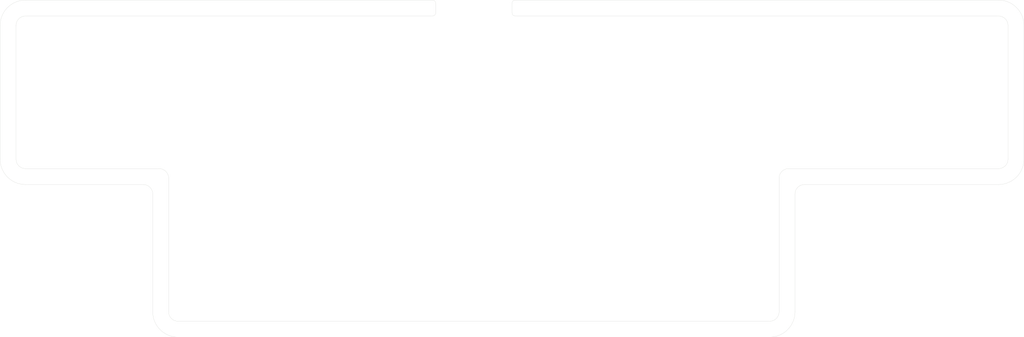
<source format=kicad_pcb>
(kicad_pcb (version 20171130) (host pcbnew "(5.1.9)-1")

  (general
    (thickness 1.6)
    (drawings 40)
    (tracks 0)
    (zones 0)
    (modules 0)
    (nets 1)
  )

  (page A4)
  (layers
    (0 F.Cu signal)
    (31 B.Cu signal)
    (32 B.Adhes user)
    (33 F.Adhes user)
    (34 B.Paste user)
    (35 F.Paste user)
    (36 B.SilkS user)
    (37 F.SilkS user)
    (38 B.Mask user)
    (39 F.Mask user)
    (40 Dwgs.User user)
    (41 Cmts.User user)
    (42 Eco1.User user)
    (43 Eco2.User user)
    (44 Edge.Cuts user)
    (45 Margin user)
    (46 B.CrtYd user)
    (47 F.CrtYd user)
    (48 B.Fab user)
    (49 F.Fab user)
  )

  (setup
    (last_trace_width 0.25)
    (trace_clearance 0.2)
    (zone_clearance 0.508)
    (zone_45_only no)
    (trace_min 0.2)
    (via_size 0.8)
    (via_drill 0.4)
    (via_min_size 0.4)
    (via_min_drill 0.3)
    (uvia_size 0.3)
    (uvia_drill 0.1)
    (uvias_allowed no)
    (uvia_min_size 0.2)
    (uvia_min_drill 0.1)
    (edge_width 0.05)
    (segment_width 0.2)
    (pcb_text_width 0.3)
    (pcb_text_size 1.5 1.5)
    (mod_edge_width 0.12)
    (mod_text_size 1 1)
    (mod_text_width 0.15)
    (pad_size 1.524 1.524)
    (pad_drill 0.762)
    (pad_to_mask_clearance 0)
    (aux_axis_origin 0 0)
    (visible_elements 7FFFFFFF)
    (pcbplotparams
      (layerselection 0x010f0_ffffffff)
      (usegerberextensions true)
      (usegerberattributes false)
      (usegerberadvancedattributes false)
      (creategerberjobfile false)
      (excludeedgelayer true)
      (linewidth 0.100000)
      (plotframeref false)
      (viasonmask false)
      (mode 1)
      (useauxorigin false)
      (hpglpennumber 1)
      (hpglpenspeed 20)
      (hpglpendiameter 15.000000)
      (psnegative false)
      (psa4output false)
      (plotreference true)
      (plotvalue true)
      (plotinvisibletext false)
      (padsonsilk false)
      (subtractmaskfromsilk true)
      (outputformat 1)
      (mirror false)
      (drillshape 0)
      (scaleselection 1)
      (outputdirectory "Gerbers/"))
  )

  (net 0 "")

  (net_class Default "This is the default net class."
    (clearance 0.2)
    (trace_width 0.25)
    (via_dia 0.8)
    (via_drill 0.4)
    (uvia_dia 0.3)
    (uvia_drill 0.1)
  )

  (gr_line (start 151.60625 57.15) (end 151.60625 59.53125) (layer Edge.Cuts) (width 0.05) (tstamp 60145717))
  (gr_line (start 132.55625 57.15) (end 132.55625 59.53125) (layer Edge.Cuts) (width 0.05) (tstamp 60145713))
  (gr_arc (start 152.4 59.53125) (end 151.60625 59.53125) (angle -90) (layer Edge.Cuts) (width 0.05))
  (gr_arc (start 152.4 57.15) (end 152.4 56.35625) (angle -90) (layer Edge.Cuts) (width 0.05))
  (gr_arc (start 131.7625 59.53125) (end 131.7625 60.325) (angle -90) (layer Edge.Cuts) (width 0.05))
  (gr_arc (start 131.7625 57.15) (end 132.55625 57.15) (angle -90) (layer Edge.Cuts) (width 0.05))
  (gr_line (start 273.05 60.325) (end 152.4 60.325) (layer Edge.Cuts) (width 0.05) (tstamp 601455CC))
  (gr_line (start 152.4 56.35625) (end 273.05 56.35625) (layer Edge.Cuts) (width 0.05) (tstamp 601455C7))
  (gr_line (start 30.1625 60.325) (end 131.7625 60.325) (layer Edge.Cuts) (width 0.05) (tstamp 601455C2))
  (gr_line (start 131.7625 56.35625) (end 30.1625 56.35625) (layer Edge.Cuts) (width 0.05) (tstamp 601455BF))
  (gr_arc (start 68.2625 134.14375) (end 61.9125 134.14375) (angle -90) (layer Edge.Cuts) (width 0.05) (tstamp 601454B0))
  (gr_arc (start 30.1625 62.70625) (end 30.1625 56.35625) (angle -90) (layer Edge.Cuts) (width 0.05) (tstamp 601454AE))
  (gr_arc (start 30.1625 96.04375) (end 23.8125 96.04375) (angle -90) (layer Edge.Cuts) (width 0.05) (tstamp 601454AD))
  (gr_arc (start 215.9 134.14375) (end 215.9 140.49375) (angle -90) (layer Edge.Cuts) (width 0.05) (tstamp 601454AC))
  (gr_line (start 279.4 96.04375) (end 279.4 62.70625) (layer Edge.Cuts) (width 0.05) (tstamp 601454AB))
  (gr_arc (start 59.53125 104.775) (end 61.9125 104.775) (angle -90) (layer Edge.Cuts) (width 0.05) (tstamp 601454AA))
  (gr_arc (start 273.05 62.70625) (end 279.4 62.70625) (angle -90) (layer Edge.Cuts) (width 0.05) (tstamp 601454A9))
  (gr_line (start 224.63125 102.39375) (end 273.05 102.39375) (layer Edge.Cuts) (width 0.05) (tstamp 601454A8))
  (gr_arc (start 224.63125 104.775) (end 224.63125 102.39375) (angle -90) (layer Edge.Cuts) (width 0.05) (tstamp 601454A7))
  (gr_line (start 222.25 104.775) (end 222.25 134.14375) (layer Edge.Cuts) (width 0.05) (tstamp 601454A6))
  (gr_arc (start 273.05 96.04375) (end 273.05 102.39375) (angle -90) (layer Edge.Cuts) (width 0.05) (tstamp 601454A5))
  (gr_line (start 23.8125 62.70625) (end 23.8125 96.04375) (layer Edge.Cuts) (width 0.05) (tstamp 601454A4))
  (gr_line (start 68.2625 140.49375) (end 215.9 140.49375) (layer Edge.Cuts) (width 0.05) (tstamp 601454A3))
  (gr_line (start 30.1625 102.39375) (end 59.53125 102.39375) (layer Edge.Cuts) (width 0.05) (tstamp 601454A2))
  (gr_line (start 61.9125 104.775) (end 61.9125 134.14375) (layer Edge.Cuts) (width 0.05) (tstamp 601454A1))
  (gr_line (start 220.6625 98.425) (end 273.05 98.425) (layer Edge.Cuts) (width 0.05) (tstamp 600BBA93))
  (gr_line (start 218.28125 134.14375) (end 218.28125 100.80625) (layer Edge.Cuts) (width 0.05) (tstamp 600BBA92))
  (gr_line (start 68.2625 136.525) (end 215.9 136.525) (layer Edge.Cuts) (width 0.05) (tstamp 600BBA91))
  (gr_line (start 65.88125 100.80625) (end 65.88125 134.14375) (layer Edge.Cuts) (width 0.05) (tstamp 600BBA90))
  (gr_line (start 30.1625 98.425) (end 63.5 98.425) (layer Edge.Cuts) (width 0.05) (tstamp 600BBA8F))
  (gr_arc (start 68.2625 134.14375) (end 65.88125 134.14375) (angle -90) (layer Edge.Cuts) (width 0.05))
  (gr_arc (start 215.9 134.14375) (end 215.9 136.525) (angle -90) (layer Edge.Cuts) (width 0.05))
  (gr_arc (start 220.6625 100.80625) (end 220.6625 98.425) (angle -90) (layer Edge.Cuts) (width 0.05))
  (gr_arc (start 63.5 100.80625) (end 65.88125 100.80625) (angle -90) (layer Edge.Cuts) (width 0.05))
  (gr_line (start 275.43125 96.04375) (end 275.43125 62.70625) (layer Edge.Cuts) (width 0.05) (tstamp 600B669A))
  (gr_line (start 27.78125 62.70625) (end 27.78125 96.04375) (layer Edge.Cuts) (width 0.05) (tstamp 600B6694))
  (gr_arc (start 30.1625 62.70625) (end 30.1625 60.325) (angle -90) (layer Edge.Cuts) (width 0.05))
  (gr_arc (start 30.1625 96.04375) (end 27.78125 96.04375) (angle -90) (layer Edge.Cuts) (width 0.05))
  (gr_arc (start 273.05 96.04375) (end 273.05 98.425) (angle -90) (layer Edge.Cuts) (width 0.05))
  (gr_arc (start 273.05 62.70625) (end 275.43125 62.70625) (angle -90) (layer Edge.Cuts) (width 0.05))

)

</source>
